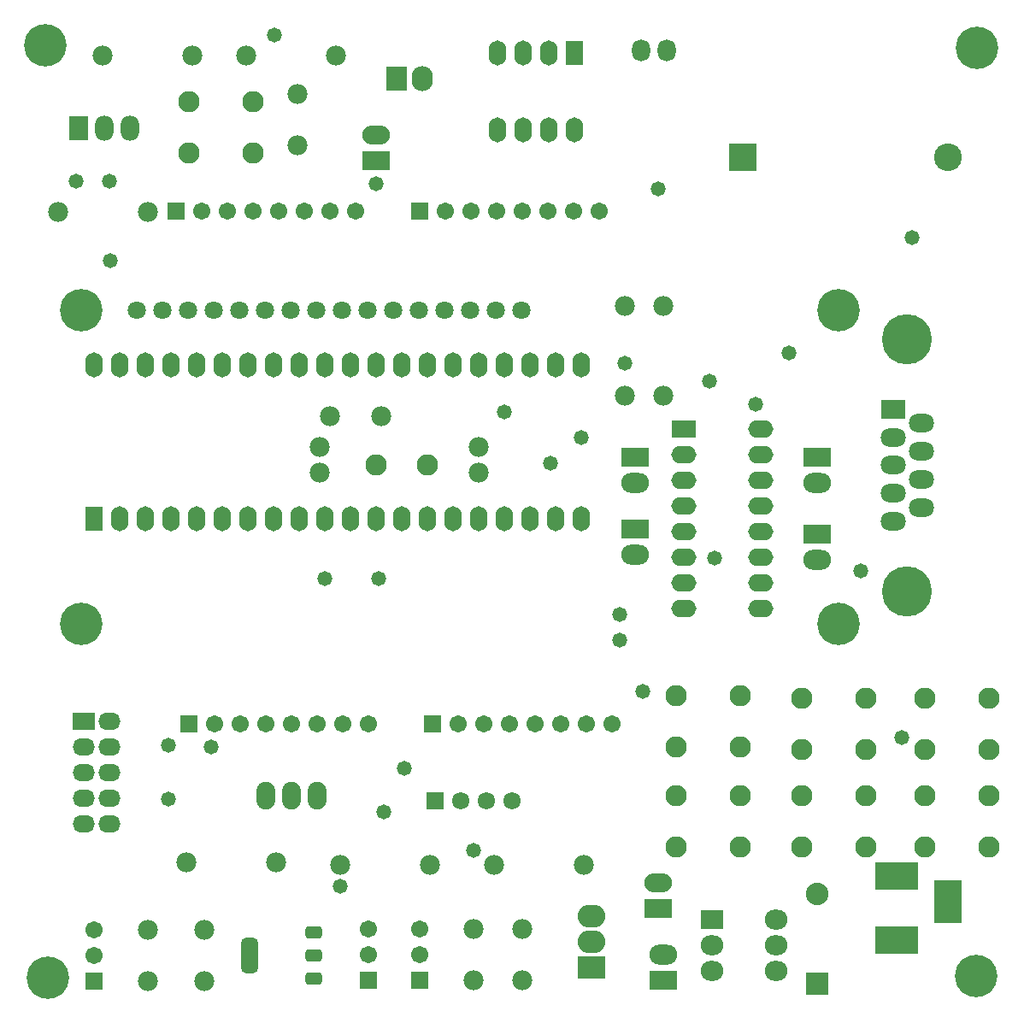
<source format=gts>
G04 Layer_Color=65280*
%FSTAX44Y44*%
%MOMM*%
G71*
G01*
G75*
G04:AMPARAMS|DCode=65|XSize=3.4832mm|YSize=1.7032mm|CornerRadius=0.4766mm|HoleSize=0mm|Usage=FLASHONLY|Rotation=270.000|XOffset=0mm|YOffset=0mm|HoleType=Round|Shape=RoundedRectangle|*
%AMROUNDEDRECTD65*
21,1,3.4832,0.7500,0,0,270.0*
21,1,2.5300,1.7032,0,0,270.0*
1,1,0.9532,-0.3750,-1.2650*
1,1,0.9532,-0.3750,1.2650*
1,1,0.9532,0.3750,1.2650*
1,1,0.9532,0.3750,-1.2650*
%
%ADD65ROUNDEDRECTD65*%
G04:AMPARAMS|DCode=66|XSize=1.2032mm|YSize=1.7032mm|CornerRadius=0.3516mm|HoleSize=0mm|Usage=FLASHONLY|Rotation=270.000|XOffset=0mm|YOffset=0mm|HoleType=Round|Shape=RoundedRectangle|*
%AMROUNDEDRECTD66*
21,1,1.2032,1.0000,0,0,270.0*
21,1,0.5000,1.7032,0,0,270.0*
1,1,0.7032,-0.5000,-0.2500*
1,1,0.7032,-0.5000,0.2500*
1,1,0.7032,0.5000,0.2500*
1,1,0.7032,0.5000,-0.2500*
%
%ADD66ROUNDEDRECTD66*%
%ADD67C,4.2032*%
%ADD68C,1.8000*%
%ADD69R,2.7432X1.9812*%
%ADD70O,2.7432X1.9812*%
%ADD71O,1.8542X2.4892*%
%ADD72R,1.8542X2.4892*%
%ADD73C,2.2352*%
%ADD74R,2.2352X2.2352*%
%ADD75R,2.2352X1.9812*%
%ADD76O,2.2352X1.9812*%
%ADD77C,1.9812*%
%ADD78R,2.7432X1.8542*%
%ADD79O,2.7432X1.8542*%
%ADD80R,1.7272X2.4892*%
%ADD81O,1.7272X2.4892*%
%ADD82R,1.7032X1.7032*%
%ADD83C,1.7032*%
%ADD84O,1.8032X2.2032*%
%ADD85C,2.1082*%
%ADD86R,2.4892X1.8542*%
%ADD87O,2.4892X1.8542*%
%ADD88C,4.9632*%
%ADD89R,1.7032X1.7032*%
%ADD90R,2.4892X1.7272*%
%ADD91O,2.4892X1.7272*%
%ADD92R,2.7432X2.2352*%
%ADD93O,2.7432X2.2352*%
%ADD94O,2.2032X1.7032*%
%ADD95R,2.2032X1.7032*%
%ADD96R,2.1082X2.4892*%
%ADD97O,2.1082X2.4892*%
%ADD98C,1.7232*%
%ADD99R,1.7232X1.7232*%
%ADD100R,2.7432X2.7432*%
%ADD101C,2.7432*%
%ADD102O,1.8796X2.7432*%
%ADD103R,4.2672X2.7432*%
%ADD104R,2.7432X4.2672*%
%ADD105C,1.4732*%
D65*
X0049174Y0031623D02*
D03*
D66*
X0055474Y0033923D02*
D03*
Y0031623D02*
D03*
Y0029323D02*
D03*
D67*
X0107512Y0095516D02*
D03*
X0032512D02*
D03*
X0107512Y0064516D02*
D03*
X0032512D02*
D03*
X0028956Y0121793D02*
D03*
X0121158Y0029591D02*
D03*
X0029202Y0029455D02*
D03*
X0121206Y0121573D02*
D03*
D68*
X0076112Y0095516D02*
D03*
X0073572D02*
D03*
X0071032D02*
D03*
X0068492D02*
D03*
X0065952D02*
D03*
X0063412D02*
D03*
X0038012D02*
D03*
X0040552D02*
D03*
X0043092D02*
D03*
X0045632D02*
D03*
X0048172D02*
D03*
X0050712D02*
D03*
X0053252D02*
D03*
X0055792D02*
D03*
X0058332D02*
D03*
X0060872D02*
D03*
D69*
X009017Y002921D02*
D03*
X010541Y0073406D02*
D03*
Y0081026D02*
D03*
X0087376Y0073914D02*
D03*
Y0081026D02*
D03*
D70*
X009017Y003175D02*
D03*
X010541Y0070866D02*
D03*
Y0078486D02*
D03*
X0087376Y0071374D02*
D03*
Y0078486D02*
D03*
D71*
X0037296Y0113555D02*
D03*
X0034756D02*
D03*
D72*
X0032216D02*
D03*
D73*
X010541Y0037719D02*
D03*
D74*
Y0028829D02*
D03*
D75*
X0094996Y0035179D02*
D03*
D76*
Y0032639D02*
D03*
Y0030099D02*
D03*
X0101346D02*
D03*
Y0032639D02*
D03*
Y0035179D02*
D03*
D77*
X0048816Y0120811D02*
D03*
X0057706D02*
D03*
X0067056Y004064D02*
D03*
X0058166D02*
D03*
X009017Y0087122D02*
D03*
Y0096012D02*
D03*
X008636Y0087122D02*
D03*
Y0096012D02*
D03*
X0034592Y0120811D02*
D03*
X0043482D02*
D03*
X0051816Y0040894D02*
D03*
X0042926D02*
D03*
X0039116Y0105283D02*
D03*
X0030226D02*
D03*
X0082296Y004064D02*
D03*
X0073406D02*
D03*
X0056134Y0082042D02*
D03*
Y0079502D02*
D03*
X0071882Y0082042D02*
D03*
Y0079502D02*
D03*
X0053896Y0111921D02*
D03*
Y0117001D02*
D03*
X006223Y008509D02*
D03*
X005715D02*
D03*
X0039116Y0034163D02*
D03*
Y0029083D02*
D03*
X0044704Y0034163D02*
D03*
Y0029083D02*
D03*
X0071374Y003429D02*
D03*
Y002921D02*
D03*
X00762Y003429D02*
D03*
Y002921D02*
D03*
D78*
X0061722Y0110363D02*
D03*
X0089662Y0036322D02*
D03*
D79*
X0061722Y0112903D02*
D03*
X0089662Y0038862D02*
D03*
D80*
X0081328Y0121065D02*
D03*
X0033782Y007493D02*
D03*
D81*
X0078788Y0121065D02*
D03*
X0076248D02*
D03*
X0073708D02*
D03*
X0081328Y0113445D02*
D03*
X0078788D02*
D03*
X0076248D02*
D03*
X0073708D02*
D03*
X0036322Y007493D02*
D03*
X0038862D02*
D03*
X0041402D02*
D03*
X0043942D02*
D03*
X0046482D02*
D03*
X0049022D02*
D03*
X0051562D02*
D03*
X0054102D02*
D03*
X0056642D02*
D03*
X0059182D02*
D03*
X0061722D02*
D03*
X0064262D02*
D03*
X0066802D02*
D03*
X0069342D02*
D03*
X0071882D02*
D03*
X0074422D02*
D03*
X0076962D02*
D03*
X0079502D02*
D03*
X0082042D02*
D03*
X0033782Y009017D02*
D03*
X0036322D02*
D03*
X0038862D02*
D03*
X0041402D02*
D03*
X0043942D02*
D03*
X0046482D02*
D03*
X0049022D02*
D03*
X0051562D02*
D03*
X0054102D02*
D03*
X0056642D02*
D03*
X0059182D02*
D03*
X0061722D02*
D03*
X0064262D02*
D03*
X0066802D02*
D03*
X0069342D02*
D03*
X0071882D02*
D03*
X0074422D02*
D03*
X0076962D02*
D03*
X0079502D02*
D03*
X0082042D02*
D03*
D82*
X006604Y002921D02*
D03*
X006096D02*
D03*
X0033782Y0029083D02*
D03*
D83*
X006604Y003175D02*
D03*
Y003429D02*
D03*
X006096Y003175D02*
D03*
Y003429D02*
D03*
X006985Y005461D02*
D03*
X007239D02*
D03*
X007493D02*
D03*
X007747D02*
D03*
X008001D02*
D03*
X008255D02*
D03*
X008509D02*
D03*
X006858Y010541D02*
D03*
X007112D02*
D03*
X007366D02*
D03*
X00762D02*
D03*
X007874D02*
D03*
X008128D02*
D03*
X008382D02*
D03*
X004572Y005461D02*
D03*
X004826D02*
D03*
X00508D02*
D03*
X005334D02*
D03*
X005588D02*
D03*
X005842D02*
D03*
X006096D02*
D03*
X004445Y010541D02*
D03*
X004699D02*
D03*
X004953D02*
D03*
X005207D02*
D03*
X005461D02*
D03*
X005715D02*
D03*
X005969D02*
D03*
X0033782Y0031623D02*
D03*
Y0034163D02*
D03*
D84*
X0090472Y0121319D02*
D03*
X0087932D02*
D03*
D85*
X0061722Y0080264D02*
D03*
X0066802D02*
D03*
X0116078Y0047498D02*
D03*
X0122428Y0042418D02*
D03*
Y0047498D02*
D03*
X0116078Y0042418D02*
D03*
X0103886Y0047498D02*
D03*
X0110236Y0042418D02*
D03*
Y0047498D02*
D03*
X0103886Y0042418D02*
D03*
X0116078Y005715D02*
D03*
X0122428Y005207D02*
D03*
Y005715D02*
D03*
X0116078Y005207D02*
D03*
X0103886Y005715D02*
D03*
X0110236Y005207D02*
D03*
Y005715D02*
D03*
X0103886Y005207D02*
D03*
X004318Y0116205D02*
D03*
X004953Y0111125D02*
D03*
Y0116205D02*
D03*
X004318Y0111125D02*
D03*
X009144Y0047498D02*
D03*
X009779Y0042418D02*
D03*
Y0047498D02*
D03*
X009144Y0042418D02*
D03*
Y0057404D02*
D03*
X009779Y0052324D02*
D03*
Y0057404D02*
D03*
X009144Y0052324D02*
D03*
D86*
X011288Y0085726D02*
D03*
D87*
Y0074646D02*
D03*
X011572Y0076031D02*
D03*
X011288Y0077416D02*
D03*
Y0080186D02*
D03*
X011572Y0081571D02*
D03*
X011288Y0082956D02*
D03*
X011572Y0084341D02*
D03*
Y0078801D02*
D03*
D88*
X01143Y0092681D02*
D03*
Y0067691D02*
D03*
D89*
X006731Y005461D02*
D03*
X006604Y010541D02*
D03*
X004318Y005461D02*
D03*
X004191Y010541D02*
D03*
D90*
X0092202Y008382D02*
D03*
D91*
Y008128D02*
D03*
Y007874D02*
D03*
Y00762D02*
D03*
Y007366D02*
D03*
Y007112D02*
D03*
Y006858D02*
D03*
Y006604D02*
D03*
X0099822Y008382D02*
D03*
Y008128D02*
D03*
Y007874D02*
D03*
Y00762D02*
D03*
Y007366D02*
D03*
Y007112D02*
D03*
Y006858D02*
D03*
Y006604D02*
D03*
D92*
X0083058Y003048D02*
D03*
D93*
Y003302D02*
D03*
Y003556D02*
D03*
D94*
X0032766Y0044704D02*
D03*
Y0047244D02*
D03*
Y0049784D02*
D03*
Y0052324D02*
D03*
X0035306Y0054864D02*
D03*
Y0052324D02*
D03*
Y0049784D02*
D03*
Y0047244D02*
D03*
Y0044704D02*
D03*
D95*
X0032766Y0054864D02*
D03*
D96*
X0063754Y0118491D02*
D03*
D97*
X0066294D02*
D03*
D98*
X0075184Y004699D02*
D03*
X0072644D02*
D03*
X0070104D02*
D03*
D99*
X0067564D02*
D03*
D100*
X0098044Y0110744D02*
D03*
D101*
X0118364D02*
D03*
D102*
X005588Y0047498D02*
D03*
X005334D02*
D03*
X00508D02*
D03*
D103*
X0113284Y0039497D02*
D03*
Y0033147D02*
D03*
D104*
X0118364Y0036957D02*
D03*
D105*
X0061722Y0108077D02*
D03*
X0035354Y0100491D02*
D03*
X005161Y0122843D02*
D03*
X0032004Y0108331D02*
D03*
X0035306D02*
D03*
X0058166Y0038481D02*
D03*
X0062484Y0045847D02*
D03*
X0056642Y0068961D02*
D03*
X0082042Y0082931D02*
D03*
X0078994Y0080391D02*
D03*
X0061976Y0068961D02*
D03*
X0064516Y0050165D02*
D03*
X0071374Y0042037D02*
D03*
X0088138Y0057785D02*
D03*
X0041148Y0047117D02*
D03*
Y0052451D02*
D03*
X0045339Y0052324D02*
D03*
X008636Y0090297D02*
D03*
X0113792Y0053213D02*
D03*
X0102616Y0091313D02*
D03*
X0099314Y0086233D02*
D03*
X0085852Y0062865D02*
D03*
Y0065405D02*
D03*
X009525Y0070993D02*
D03*
X0094742Y0088519D02*
D03*
X0089662Y0107569D02*
D03*
X0109728Y0069723D02*
D03*
X0114808Y0102743D02*
D03*
X0074422Y0085471D02*
D03*
M02*

</source>
